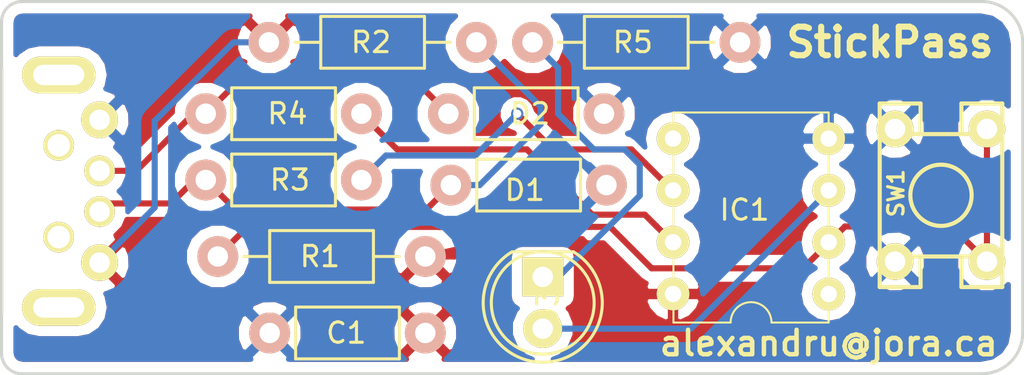
<source format=kicad_pcb>
(kicad_pcb (version 4) (host pcbnew 4.0.2-stable)

  (general
    (links 23)
    (no_connects 2)
    (area 99.699999 79.424999 150.075001 98.635)
    (thickness 1.6)
    (drawings 10)
    (tracks 72)
    (zones 0)
    (modules 12)
    (nets 10)
  )

  (page A4)
  (layers
    (0 F.Cu signal)
    (31 B.Cu signal)
    (32 B.Adhes user)
    (33 F.Adhes user)
    (34 B.Paste user)
    (35 F.Paste user)
    (36 B.SilkS user)
    (37 F.SilkS user)
    (38 B.Mask user)
    (39 F.Mask user)
    (40 Dwgs.User user)
    (41 Cmts.User user)
    (42 Eco1.User user)
    (43 Eco2.User user)
    (44 Edge.Cuts user)
    (45 Margin user)
    (46 B.CrtYd user)
    (47 F.CrtYd user)
    (48 B.Fab user)
    (49 F.Fab user)
  )

  (setup
    (last_trace_width 0.3)
    (trace_clearance 0.3)
    (zone_clearance 0.508)
    (zone_45_only no)
    (trace_min 0.2)
    (segment_width 0.2)
    (edge_width 0.15)
    (via_size 0.6)
    (via_drill 0.4)
    (via_min_size 0.4)
    (via_min_drill 0.2)
    (uvia_size 0.3)
    (uvia_drill 0.1)
    (uvias_allowed no)
    (uvia_min_size 0.2)
    (uvia_min_drill 0.1)
    (pcb_text_width 0.3)
    (pcb_text_size 1.5 1.5)
    (mod_edge_width 0.15)
    (mod_text_size 1 1)
    (mod_text_width 0.15)
    (pad_size 1.8 3.6)
    (pad_drill 1)
    (pad_to_mask_clearance 0.2)
    (aux_axis_origin 0 0)
    (grid_origin 100 79)
    (visible_elements FFFFFF7F)
    (pcbplotparams
      (layerselection 0x010f0_80000001)
      (usegerberextensions true)
      (excludeedgelayer true)
      (linewidth 0.100000)
      (plotframeref false)
      (viasonmask false)
      (mode 1)
      (useauxorigin false)
      (hpglpennumber 1)
      (hpglpenspeed 20)
      (hpglpendiameter 15)
      (hpglpenoverlay 2)
      (psnegative false)
      (psa4output false)
      (plotreference true)
      (plotvalue true)
      (plotinvisibletext false)
      (padsonsilk false)
      (subtractmaskfromsilk false)
      (outputformat 1)
      (mirror false)
      (drillshape 0)
      (scaleselection 1)
      (outputdirectory manufacturing/))
  )

  (net 0 "")
  (net 1 +5V)
  (net 2 GND)
  (net 3 D-)
  (net 4 D+)
  (net 5 "Net-(D3-Pad1)")
  (net 6 "Net-(D3-Pad2)")
  (net 7 PB0)
  (net 8 IC-)
  (net 9 IC+)

  (net_class Default "This is the default net class."
    (clearance 0.3)
    (trace_width 0.3)
    (via_dia 0.6)
    (via_drill 0.4)
    (uvia_dia 0.3)
    (uvia_drill 0.1)
    (add_net +5V)
    (add_net D+)
    (add_net D-)
    (add_net GND)
    (add_net IC+)
    (add_net IC-)
    (add_net "Net-(D3-Pad1)")
    (add_net "Net-(D3-Pad2)")
    (add_net PB0)
  )

  (module Connect:usb_a_molex_48037-0001 (layer F.Cu) (tedit 56D5D628) (tstamp 56D5A983)
    (at 104.8 85.3 270)
    (path /564CBFEF)
    (fp_text reference P1 (at 3.4 -3.9 270) (layer F.SilkS) hide
      (effects (font (size 1 1) (thickness 0.15)))
    )
    (fp_text value USB_A (at 2.8 -1.9 270) (layer F.Fab) hide
      (effects (font (size 1 1) (thickness 0.15)))
    )
    (fp_line (start -2.5 4.75) (end 9.5 4.75) (layer F.SilkS) (width 0.1))
    (pad 4 thru_hole circle (at 0 0 270) (size 1.8 1.8) (drill 1) (layers *.Cu *.Mask F.SilkS)
      (net 2 GND))
    (pad 1 thru_hole circle (at 7 0 270) (size 1.8 1.8) (drill 1) (layers *.Cu *.Mask F.SilkS)
      (net 1 +5V))
    (pad 3 thru_hole circle (at 2.5 0 270) (size 1.5 1.5) (drill 1) (layers *.Cu *.Mask F.SilkS)
      (net 4 D+))
    (pad 2 thru_hole circle (at 4.5 0 270) (size 1.5 1.5) (drill 1) (layers *.Cu *.Mask F.SilkS)
      (net 3 D-))
    (pad "" thru_hole oval (at -2.2 2 270) (size 1.8 3.6) (drill oval 1 2.5) (layers *.Cu *.Mask F.SilkS))
    (pad "" thru_hole oval (at 9.2 2 270) (size 1.8 3.6) (drill oval 1 2.5) (layers *.Cu *.Mask F.SilkS))
    (pad "" thru_hole circle (at 1.25 2 270) (size 1.5 1.5) (drill 1.1) (layers *.Cu *.Mask F.SilkS))
    (pad "" thru_hole circle (at 5.75 2 270) (size 1.5 1.5) (drill 1.1) (layers *.Cu *.Mask F.SilkS))
  )

  (module stickpass:DIP-8_W7.62mm (layer F.Cu) (tedit 56D5CF45) (tstamp 56D5CD2E)
    (at 140.5 93.84 180)
    (descr "8-lead dip package, row spacing 7.62 mm (300 mils)")
    (tags "dil dip 2.54 300")
    (path /564CBF0F)
    (fp_text reference IC1 (at 4.12 4.12 180) (layer F.SilkS)
      (effects (font (size 1 1) (thickness 0.15)))
    )
    (fp_text value ATTINY85-P (at 0 -3.72 180) (layer F.Fab) hide
      (effects (font (size 1 1) (thickness 0.15)))
    )
    (fp_line (start 7.6 -1.4) (end 7.6 8.9) (layer F.SilkS) (width 0.1))
    (fp_line (start 0 -1.4) (end 0 8.9) (layer F.SilkS) (width 0.1))
    (fp_line (start 4.8 -1.4) (end 7.6 -1.4) (layer F.SilkS) (width 0.1))
    (fp_line (start 0 -1.4) (end 2.8 -1.4) (layer F.SilkS) (width 0.1))
    (fp_arc (start 3.8 -1.4) (end 4.8 -1.4) (angle 180) (layer F.SilkS) (width 0.1))
    (fp_line (start 7.6 8.9) (end 0 8.9) (layer F.SilkS) (width 0.1))
    (pad 1 thru_hole oval (at 0 0 180) (size 1.6 1.6) (drill 0.8) (layers *.Cu *.Mask F.SilkS))
    (pad 2 thru_hole oval (at 0 2.54 180) (size 1.6 1.6) (drill 0.8) (layers *.Cu *.Mask F.SilkS)
      (net 7 PB0))
    (pad 3 thru_hole oval (at 0 5.08 180) (size 1.6 1.6) (drill 0.8) (layers *.Cu *.Mask F.SilkS)
      (net 6 "Net-(D3-Pad2)"))
    (pad 4 thru_hole oval (at 0 7.62 180) (size 1.6 1.6) (drill 0.8) (layers *.Cu *.Mask F.SilkS)
      (net 2 GND))
    (pad 5 thru_hole oval (at 7.62 7.62 180) (size 1.6 1.6) (drill 0.8) (layers *.Cu *.Mask F.SilkS))
    (pad 6 thru_hole oval (at 7.62 5.08 180) (size 1.6 1.6) (drill 0.8) (layers *.Cu *.Mask F.SilkS)
      (net 8 IC-))
    (pad 7 thru_hole oval (at 7.62 2.54 180) (size 1.6 1.6) (drill 0.8) (layers *.Cu *.Mask F.SilkS)
      (net 9 IC+))
    (pad 8 thru_hole oval (at 7.62 0 180) (size 1.6 1.6) (drill 0.8) (layers *.Cu *.Mask F.SilkS)
      (net 1 +5V))
    (model Housings_DIP.3dshapes/DIP-8_W7.62mm.wrl
      (at (xyz 0 0 0))
      (scale (xyz 1 1 1))
      (rotate (xyz 0 0 0))
    )
  )

  (module Resistors_ThroughHole:Resistor_Horizontal_RM7mm (layer F.Cu) (tedit 56BA401C) (tstamp 56BBC486)
    (at 120.75 95.75 180)
    (descr "Resistor, Axial,  RM 7.62mm, 1/3W,")
    (tags "Resistor Axial RM 7.62mm 1/3W R3")
    (path /564FC559)
    (fp_text reference C1 (at 3.87 0 180) (layer F.SilkS)
      (effects (font (size 1 1) (thickness 0.15)))
    )
    (fp_text value 0.1u (at 2.62 0.75 180) (layer F.Fab) hide
      (effects (font (size 1 1) (thickness 0.15)))
    )
    (fp_line (start -1.25 -1.5) (end 8.85 -1.5) (layer F.CrtYd) (width 0.05))
    (fp_line (start -1.25 1.5) (end -1.25 -1.5) (layer F.CrtYd) (width 0.05))
    (fp_line (start 8.85 -1.5) (end 8.85 1.5) (layer F.CrtYd) (width 0.05))
    (fp_line (start -1.25 1.5) (end 8.85 1.5) (layer F.CrtYd) (width 0.05))
    (fp_line (start 1.27 -1.27) (end 6.35 -1.27) (layer F.SilkS) (width 0.15))
    (fp_line (start 6.35 -1.27) (end 6.35 1.27) (layer F.SilkS) (width 0.15))
    (fp_line (start 6.35 1.27) (end 1.27 1.27) (layer F.SilkS) (width 0.15))
    (fp_line (start 1.27 1.27) (end 1.27 -1.27) (layer F.SilkS) (width 0.15))
    (pad 1 thru_hole circle (at 0 0 180) (size 1.99898 1.99898) (drill 1.00076) (layers *.Cu *.SilkS *.Mask)
      (net 1 +5V))
    (pad 2 thru_hole circle (at 7.62 0 180) (size 1.99898 1.99898) (drill 1.00076) (layers *.Cu *.SilkS *.Mask)
      (net 2 GND))
  )

  (module Resistors_ThroughHole:Resistor_Horizontal_RM7mm (layer F.Cu) (tedit 56BA3FDD) (tstamp 56BBC48C)
    (at 122 88.5)
    (descr "Resistor, Axial,  RM 7.62mm, 1/3W,")
    (tags "Resistor Axial RM 7.62mm 1/3W R3")
    (path /564CC277)
    (fp_text reference D1 (at 3.62 0.25) (layer F.SilkS)
      (effects (font (size 1 1) (thickness 0.15)))
    )
    (fp_text value ZENER (at 3.81 3.81) (layer F.Fab) hide
      (effects (font (size 1 1) (thickness 0.15)))
    )
    (fp_line (start -1.25 -1.5) (end 8.85 -1.5) (layer F.CrtYd) (width 0.05))
    (fp_line (start -1.25 1.5) (end -1.25 -1.5) (layer F.CrtYd) (width 0.05))
    (fp_line (start 8.85 -1.5) (end 8.85 1.5) (layer F.CrtYd) (width 0.05))
    (fp_line (start -1.25 1.5) (end 8.85 1.5) (layer F.CrtYd) (width 0.05))
    (fp_line (start 1.27 -1.27) (end 6.35 -1.27) (layer F.SilkS) (width 0.15))
    (fp_line (start 6.35 -1.27) (end 6.35 1.27) (layer F.SilkS) (width 0.15))
    (fp_line (start 6.35 1.27) (end 1.27 1.27) (layer F.SilkS) (width 0.15))
    (fp_line (start 1.27 1.27) (end 1.27 -1.27) (layer F.SilkS) (width 0.15))
    (pad 1 thru_hole circle (at 0 0) (size 1.99898 1.99898) (drill 1.00076) (layers *.Cu *.SilkS *.Mask)
      (net 3 D-))
    (pad 2 thru_hole circle (at 7.62 0) (size 1.99898 1.99898) (drill 1.00076) (layers *.Cu *.SilkS *.Mask)
      (net 2 GND))
  )

  (module Resistors_ThroughHole:Resistor_Horizontal_RM7mm (layer F.Cu) (tedit 56BA3FE6) (tstamp 56BBC492)
    (at 121.88 85)
    (descr "Resistor, Axial,  RM 7.62mm, 1/3W,")
    (tags "Resistor Axial RM 7.62mm 1/3W R3")
    (path /564CC36B)
    (fp_text reference D2 (at 4 0) (layer F.SilkS)
      (effects (font (size 1 1) (thickness 0.15)))
    )
    (fp_text value ZENER (at 3.81 3.81) (layer F.Fab) hide
      (effects (font (size 1 1) (thickness 0.15)))
    )
    (fp_line (start -1.25 -1.5) (end 8.85 -1.5) (layer F.CrtYd) (width 0.05))
    (fp_line (start -1.25 1.5) (end -1.25 -1.5) (layer F.CrtYd) (width 0.05))
    (fp_line (start 8.85 -1.5) (end 8.85 1.5) (layer F.CrtYd) (width 0.05))
    (fp_line (start -1.25 1.5) (end 8.85 1.5) (layer F.CrtYd) (width 0.05))
    (fp_line (start 1.27 -1.27) (end 6.35 -1.27) (layer F.SilkS) (width 0.15))
    (fp_line (start 6.35 -1.27) (end 6.35 1.27) (layer F.SilkS) (width 0.15))
    (fp_line (start 6.35 1.27) (end 1.27 1.27) (layer F.SilkS) (width 0.15))
    (fp_line (start 1.27 1.27) (end 1.27 -1.27) (layer F.SilkS) (width 0.15))
    (pad 1 thru_hole circle (at 0 0) (size 1.99898 1.99898) (drill 1.00076) (layers *.Cu *.SilkS *.Mask)
      (net 4 D+))
    (pad 2 thru_hole circle (at 7.62 0) (size 1.99898 1.99898) (drill 1.00076) (layers *.Cu *.SilkS *.Mask)
      (net 2 GND))
  )

  (module LEDs:LED-5MM (layer F.Cu) (tedit 56D5D64A) (tstamp 56BBC498)
    (at 126.5 93 270)
    (descr "LED 5mm round vertical")
    (tags "LED 5mm round vertical")
    (path /56B9FE72)
    (fp_text reference D3 (at 1.5 -0.25 270) (layer F.SilkS)
      (effects (font (size 1 1) (thickness 0.15)))
    )
    (fp_text value LED (at 1.524 -1.75 270) (layer F.Fab) hide
      (effects (font (size 1 1) (thickness 0.15)))
    )
    (fp_line (start -1.5 -1.55) (end -1.5 1.55) (layer F.CrtYd) (width 0.05))
    (fp_arc (start 1.3 0) (end -1.5 1.55) (angle -302) (layer F.CrtYd) (width 0.05))
    (fp_arc (start 1.27 0) (end -1.23 -1.5) (angle 297.5) (layer F.SilkS) (width 0.15))
    (fp_line (start -1.23 1.5) (end -1.23 -1.5) (layer F.SilkS) (width 0.15))
    (fp_circle (center 1.27 0) (end 0.97 -2.5) (layer F.SilkS) (width 0.15))
    (fp_text user K (at -1.4 2.6 270) (layer F.SilkS) hide
      (effects (font (size 1 1) (thickness 0.15)))
    )
    (pad 1 thru_hole rect (at 0 0) (size 2 1.9) (drill 1.00076) (layers *.Cu *.Mask F.SilkS)
      (net 5 "Net-(D3-Pad1)"))
    (pad 2 thru_hole circle (at 2.54 0 270) (size 1.9 1.9) (drill 1.00076) (layers *.Cu *.Mask F.SilkS)
      (net 6 "Net-(D3-Pad2)"))
    (model LEDs.3dshapes/LED-5MM.wrl
      (at (xyz 0.05 0 0))
      (scale (xyz 1 1 1))
      (rotate (xyz 0 0 90))
    )
  )

  (module Resistors_ThroughHole:Resistor_Horizontal_RM10mm (layer F.Cu) (tedit 56BA4018) (tstamp 56BBC4B4)
    (at 110.59 92)
    (descr "Resistor, Axial,  RM 10mm, 1/3W")
    (tags "Resistor Axial RM 10mm 1/3W")
    (path /568C2C87)
    (fp_text reference R1 (at 5 0) (layer F.SilkS)
      (effects (font (size 1 1) (thickness 0.15)))
    )
    (fp_text value 10K (at 6.25 -0.25) (layer F.Fab) hide
      (effects (font (size 1 1) (thickness 0.15)))
    )
    (fp_line (start -1.25 -1.5) (end 11.4 -1.5) (layer F.CrtYd) (width 0.05))
    (fp_line (start -1.25 1.5) (end -1.25 -1.5) (layer F.CrtYd) (width 0.05))
    (fp_line (start 11.4 -1.5) (end 11.4 1.5) (layer F.CrtYd) (width 0.05))
    (fp_line (start -1.25 1.5) (end 11.4 1.5) (layer F.CrtYd) (width 0.05))
    (fp_line (start 2.54 -1.27) (end 7.62 -1.27) (layer F.SilkS) (width 0.15))
    (fp_line (start 7.62 -1.27) (end 7.62 1.27) (layer F.SilkS) (width 0.15))
    (fp_line (start 7.62 1.27) (end 2.54 1.27) (layer F.SilkS) (width 0.15))
    (fp_line (start 2.54 1.27) (end 2.54 -1.27) (layer F.SilkS) (width 0.15))
    (fp_line (start 2.54 0) (end 1.27 0) (layer F.SilkS) (width 0.15))
    (fp_line (start 7.62 0) (end 8.89 0) (layer F.SilkS) (width 0.15))
    (pad 1 thru_hole circle (at 0 0) (size 1.99898 1.99898) (drill 1.00076) (layers *.Cu *.SilkS *.Mask)
      (net 7 PB0))
    (pad 2 thru_hole circle (at 10.16 0) (size 1.99898 1.99898) (drill 1.00076) (layers *.Cu *.SilkS *.Mask)
      (net 1 +5V))
    (model Resistors_ThroughHole.3dshapes/Resistor_Horizontal_RM10mm.wrl
      (at (xyz 0 0 0))
      (scale (xyz 0.4 0.4 0.4))
      (rotate (xyz 0 0 0))
    )
  )

  (module Resistors_ThroughHole:Resistor_Horizontal_RM10mm (layer F.Cu) (tedit 56BA403F) (tstamp 56BBC4BA)
    (at 113.09 81.5)
    (descr "Resistor, Axial,  RM 10mm, 1/3W")
    (tags "Resistor Axial RM 10mm 1/3W")
    (path /564FC2EE)
    (fp_text reference R2 (at 5 0) (layer F.SilkS)
      (effects (font (size 1 1) (thickness 0.15)))
    )
    (fp_text value 1k5 (at 5.75 0) (layer F.Fab) hide
      (effects (font (size 1 1) (thickness 0.15)))
    )
    (fp_line (start -1.25 -1.5) (end 11.4 -1.5) (layer F.CrtYd) (width 0.05))
    (fp_line (start -1.25 1.5) (end -1.25 -1.5) (layer F.CrtYd) (width 0.05))
    (fp_line (start 11.4 -1.5) (end 11.4 1.5) (layer F.CrtYd) (width 0.05))
    (fp_line (start -1.25 1.5) (end 11.4 1.5) (layer F.CrtYd) (width 0.05))
    (fp_line (start 2.54 -1.27) (end 7.62 -1.27) (layer F.SilkS) (width 0.15))
    (fp_line (start 7.62 -1.27) (end 7.62 1.27) (layer F.SilkS) (width 0.15))
    (fp_line (start 7.62 1.27) (end 2.54 1.27) (layer F.SilkS) (width 0.15))
    (fp_line (start 2.54 1.27) (end 2.54 -1.27) (layer F.SilkS) (width 0.15))
    (fp_line (start 2.54 0) (end 1.27 0) (layer F.SilkS) (width 0.15))
    (fp_line (start 7.62 0) (end 8.89 0) (layer F.SilkS) (width 0.15))
    (pad 1 thru_hole circle (at 0 0) (size 1.99898 1.99898) (drill 1.00076) (layers *.Cu *.SilkS *.Mask)
      (net 1 +5V))
    (pad 2 thru_hole circle (at 10.16 0) (size 1.99898 1.99898) (drill 1.00076) (layers *.Cu *.SilkS *.Mask)
      (net 3 D-))
    (model Resistors_ThroughHole.3dshapes/Resistor_Horizontal_RM10mm.wrl
      (at (xyz 0.02 0 0))
      (scale (xyz 0.4 0.4 0.4))
      (rotate (xyz 0 0 0))
    )
  )

  (module Resistors_ThroughHole:Resistor_Horizontal_RM7mm (layer F.Cu) (tedit 56BA403D) (tstamp 56BBC4C0)
    (at 117.62 88.25 180)
    (descr "Resistor, Axial,  RM 7.62mm, 1/3W,")
    (tags "Resistor Axial RM 7.62mm 1/3W R3")
    (path /564CC12E)
    (fp_text reference R3 (at 3.5 0 180) (layer F.SilkS)
      (effects (font (size 1 1) (thickness 0.15)))
    )
    (fp_text value 68R (at 4.75 0 180) (layer F.Fab) hide
      (effects (font (size 1 1) (thickness 0.15)))
    )
    (fp_line (start -1.25 -1.5) (end 8.85 -1.5) (layer F.CrtYd) (width 0.05))
    (fp_line (start -1.25 1.5) (end -1.25 -1.5) (layer F.CrtYd) (width 0.05))
    (fp_line (start 8.85 -1.5) (end 8.85 1.5) (layer F.CrtYd) (width 0.05))
    (fp_line (start -1.25 1.5) (end 8.85 1.5) (layer F.CrtYd) (width 0.05))
    (fp_line (start 1.27 -1.27) (end 6.35 -1.27) (layer F.SilkS) (width 0.15))
    (fp_line (start 6.35 -1.27) (end 6.35 1.27) (layer F.SilkS) (width 0.15))
    (fp_line (start 6.35 1.27) (end 1.27 1.27) (layer F.SilkS) (width 0.15))
    (fp_line (start 1.27 1.27) (end 1.27 -1.27) (layer F.SilkS) (width 0.15))
    (pad 1 thru_hole circle (at 0 0 180) (size 1.99898 1.99898) (drill 1.00076) (layers *.Cu *.SilkS *.Mask)
      (net 8 IC-))
    (pad 2 thru_hole circle (at 7.62 0 180) (size 1.99898 1.99898) (drill 1.00076) (layers *.Cu *.SilkS *.Mask)
      (net 3 D-))
  )

  (module Resistors_ThroughHole:Resistor_Horizontal_RM7mm (layer F.Cu) (tedit 56BA4033) (tstamp 56BBC4C6)
    (at 117.62 85 180)
    (descr "Resistor, Axial,  RM 7.62mm, 1/3W,")
    (tags "Resistor Axial RM 7.62mm 1/3W R3")
    (path /564CC1D9)
    (fp_text reference R4 (at 3.62 0 180) (layer F.SilkS)
      (effects (font (size 1 1) (thickness 0.15)))
    )
    (fp_text value 68R (at 3.75 -0.25 180) (layer F.Fab) hide
      (effects (font (size 1 1) (thickness 0.15)))
    )
    (fp_line (start -1.25 -1.5) (end 8.85 -1.5) (layer F.CrtYd) (width 0.05))
    (fp_line (start -1.25 1.5) (end -1.25 -1.5) (layer F.CrtYd) (width 0.05))
    (fp_line (start 8.85 -1.5) (end 8.85 1.5) (layer F.CrtYd) (width 0.05))
    (fp_line (start -1.25 1.5) (end 8.85 1.5) (layer F.CrtYd) (width 0.05))
    (fp_line (start 1.27 -1.27) (end 6.35 -1.27) (layer F.SilkS) (width 0.15))
    (fp_line (start 6.35 -1.27) (end 6.35 1.27) (layer F.SilkS) (width 0.15))
    (fp_line (start 6.35 1.27) (end 1.27 1.27) (layer F.SilkS) (width 0.15))
    (fp_line (start 1.27 1.27) (end 1.27 -1.27) (layer F.SilkS) (width 0.15))
    (pad 1 thru_hole circle (at 0 0 180) (size 1.99898 1.99898) (drill 1.00076) (layers *.Cu *.SilkS *.Mask)
      (net 9 IC+))
    (pad 2 thru_hole circle (at 7.62 0 180) (size 1.99898 1.99898) (drill 1.00076) (layers *.Cu *.SilkS *.Mask)
      (net 4 D+))
  )

  (module Resistors_ThroughHole:Resistor_Horizontal_RM10mm (layer F.Cu) (tedit 56BA404D) (tstamp 56BBC4CC)
    (at 126 81.5)
    (descr "Resistor, Axial,  RM 10mm, 1/3W")
    (tags "Resistor Axial RM 10mm 1/3W")
    (path /56BA0033)
    (fp_text reference R5 (at 4.91 0) (layer F.SilkS)
      (effects (font (size 1 1) (thickness 0.15)))
    )
    (fp_text value 220R (at 5.25 0) (layer F.Fab) hide
      (effects (font (size 1 1) (thickness 0.15)))
    )
    (fp_line (start -1.25 -1.5) (end 11.4 -1.5) (layer F.CrtYd) (width 0.05))
    (fp_line (start -1.25 1.5) (end -1.25 -1.5) (layer F.CrtYd) (width 0.05))
    (fp_line (start 11.4 -1.5) (end 11.4 1.5) (layer F.CrtYd) (width 0.05))
    (fp_line (start -1.25 1.5) (end 11.4 1.5) (layer F.CrtYd) (width 0.05))
    (fp_line (start 2.54 -1.27) (end 7.62 -1.27) (layer F.SilkS) (width 0.15))
    (fp_line (start 7.62 -1.27) (end 7.62 1.27) (layer F.SilkS) (width 0.15))
    (fp_line (start 7.62 1.27) (end 2.54 1.27) (layer F.SilkS) (width 0.15))
    (fp_line (start 2.54 1.27) (end 2.54 -1.27) (layer F.SilkS) (width 0.15))
    (fp_line (start 2.54 0) (end 1.27 0) (layer F.SilkS) (width 0.15))
    (fp_line (start 7.62 0) (end 8.89 0) (layer F.SilkS) (width 0.15))
    (pad 1 thru_hole circle (at 0 0) (size 1.99898 1.99898) (drill 1.00076) (layers *.Cu *.SilkS *.Mask)
      (net 5 "Net-(D3-Pad1)"))
    (pad 2 thru_hole circle (at 10.16 0) (size 1.99898 1.99898) (drill 1.00076) (layers *.Cu *.SilkS *.Mask)
      (net 2 GND))
    (model Resistors_ThroughHole.3dshapes/Resistor_Horizontal_RM10mm.wrl
      (at (xyz 0 0 0))
      (scale (xyz 0.4 0.4 0.4))
      (rotate (xyz 0 0 0))
    )
  )

  (module switch:SPST-4-PIN_6mm_thru (layer F.Cu) (tedit 0) (tstamp 56BBC4D4)
    (at 146 89 270)
    (path /568C2717)
    (fp_text reference SW1 (at -0.1 2.2 270) (layer F.SilkS)
      (effects (font (size 0.762 0.762) (thickness 0.1524)))
    )
    (fp_text value SW_PUSH (at 0 0 270) (layer F.SilkS) hide
      (effects (font (size 0.762 0.762) (thickness 0.1524)))
    )
    (fp_line (start 3 3) (end 4.5 3) (layer F.SilkS) (width 0.2032))
    (fp_line (start 4.5 3) (end 4.5 1) (layer F.SilkS) (width 0.2032))
    (fp_line (start 4.5 1) (end 3 1) (layer F.SilkS) (width 0.2032))
    (fp_line (start 3 -3) (end 4.5 -3) (layer F.SilkS) (width 0.2032))
    (fp_line (start 4.5 -3) (end 4.5 -1) (layer F.SilkS) (width 0.2032))
    (fp_line (start 4.5 -1) (end 3 -1) (layer F.SilkS) (width 0.2032))
    (fp_line (start -3 3) (end -4.5 3) (layer F.SilkS) (width 0.2032))
    (fp_line (start -4.5 3) (end -4.5 1) (layer F.SilkS) (width 0.2032))
    (fp_line (start -4.5 1) (end -3 1) (layer F.SilkS) (width 0.2032))
    (fp_line (start -3 -1) (end -4.5 -1) (layer F.SilkS) (width 0.2032))
    (fp_line (start -3 -3) (end -4.5 -3) (layer F.SilkS) (width 0.2032))
    (fp_line (start -4.5 -3) (end -4.5 -1) (layer F.SilkS) (width 0.2032))
    (fp_circle (center 0 0) (end 0 -1.5) (layer F.SilkS) (width 0.2032))
    (fp_line (start -3 -3) (end -3 3) (layer F.SilkS) (width 0.2032))
    (fp_line (start -3 3) (end 3 3) (layer F.SilkS) (width 0.2032))
    (fp_line (start 3 3) (end 3 -3) (layer F.SilkS) (width 0.2032))
    (fp_line (start 3 -3) (end -3 -3) (layer F.SilkS) (width 0.2032))
    (pad 1 thru_hole circle (at -3.25 2.25 270) (size 1.8 1.8) (drill 1) (layers *.Cu *.Mask F.SilkS)
      (net 2 GND))
    (pad 1 thru_hole circle (at 3.25 2.25 270) (size 1.8 1.8) (drill 1) (layers *.Cu *.Mask F.SilkS)
      (net 2 GND))
    (pad 2 thru_hole circle (at -3.25 -2.25 270) (size 1.8 1.8) (drill 1) (layers *.Cu *.Mask F.SilkS)
      (net 7 PB0))
    (pad 2 thru_hole circle (at 3.25 -2.25 270) (size 1.8 1.8) (drill 1) (layers *.Cu *.Mask F.SilkS)
      (net 7 PB0))
  )

  (gr_line (start 100 80.5) (end 100 96.75) (layer Edge.Cuts) (width 0.15))
  (gr_line (start 150 81.5) (end 150 95.75) (layer Edge.Cuts) (width 0.15))
  (gr_text alexandru@jora.ca (at 140.5 96.25) (layer F.SilkS)
    (effects (font (size 1.2 1.2) (thickness 0.22)))
  )
  (gr_text StickPass (at 143.5 81.5) (layer F.SilkS)
    (effects (font (size 1.4 1.4) (thickness 0.3)))
  )
  (gr_line (start 148 79.5) (end 101 79.5) (layer Edge.Cuts) (width 0.15))
  (gr_line (start 101 97.75) (end 148 97.75) (layer Edge.Cuts) (width 0.15))
  (gr_arc (start 101 80.5) (end 100 80.5) (angle 90) (layer Edge.Cuts) (width 0.15))
  (gr_arc (start 101 96.75) (end 101 97.75) (angle 90) (layer Edge.Cuts) (width 0.15))
  (gr_arc (start 148 95.75) (end 150 95.75) (angle 90) (layer Edge.Cuts) (width 0.15))
  (gr_arc (start 148 81.5) (end 148 79.5) (angle 90) (layer Edge.Cuts) (width 0.15))

  (segment (start 107.5 89.6) (end 107.5 85.354752) (width 0.3) (layer B.Cu) (net 1))
  (segment (start 107.5 85.354752) (end 111.354752 81.5) (width 0.3) (layer B.Cu) (net 1))
  (segment (start 111.354752 81.5) (end 111.676508 81.5) (width 0.3) (layer B.Cu) (net 1))
  (segment (start 111.676508 81.5) (end 113.09 81.5) (width 0.3) (layer B.Cu) (net 1))
  (segment (start 104.8 92.3) (end 107.5 89.6) (width 0.3) (layer B.Cu) (net 1))
  (segment (start 120.75 92) (end 122.163492 92) (width 0.3) (layer F.Cu) (net 1))
  (segment (start 131.74863 93.87) (end 132.88 93.87) (width 0.3) (layer F.Cu) (net 1))
  (segment (start 122.163492 92) (end 123.01398 91.149512) (width 0.3) (layer F.Cu) (net 1))
  (segment (start 131.147667 93.87) (end 131.74863 93.87) (width 0.3) (layer F.Cu) (net 1))
  (segment (start 123.01398 91.149512) (end 128.427179 91.149512) (width 0.3) (layer F.Cu) (net 1))
  (segment (start 128.427179 91.149512) (end 131.147667 93.87) (width 0.3) (layer F.Cu) (net 1))
  (segment (start 132.76 93.75) (end 132.88 93.87) (width 0.3) (layer F.Cu) (net 1))
  (segment (start 122.563493 91.599999) (end 120.75 92) (width 0.3) (layer F.Cu) (net 1))
  (segment (start 104.8 89.8) (end 105.2 89.4) (width 0.3) (layer F.Cu) (net 3))
  (segment (start 108.3 89.4) (end 109.45 88.25) (width 0.3) (layer F.Cu) (net 3))
  (segment (start 105.2 89.4) (end 108.3 89.4) (width 0.3) (layer F.Cu) (net 3))
  (segment (start 109.45 88.25) (end 110 88.25) (width 0.3) (layer F.Cu) (net 3))
  (segment (start 126.399989 85.513503) (end 126.399989 84.649989) (width 0.3) (layer B.Cu) (net 3))
  (segment (start 122 88.5) (end 123.413492 88.5) (width 0.3) (layer B.Cu) (net 3))
  (segment (start 123.413492 88.5) (end 126.399989 85.513503) (width 0.3) (layer B.Cu) (net 3))
  (segment (start 124.249489 82.499489) (end 123.25 81.5) (width 0.3) (layer B.Cu) (net 3))
  (segment (start 126.399989 84.649989) (end 124.249489 82.499489) (width 0.3) (layer B.Cu) (net 3))
  (segment (start 120.800509 89.699491) (end 121.000511 89.499489) (width 0.3) (layer F.Cu) (net 3))
  (segment (start 110 88.25) (end 111.449491 89.699491) (width 0.3) (layer F.Cu) (net 3))
  (segment (start 111.449491 89.699491) (end 120.800509 89.699491) (width 0.3) (layer F.Cu) (net 3))
  (segment (start 121.000511 89.499489) (end 122 88.5) (width 0.3) (layer F.Cu) (net 3))
  (segment (start 104.8 87.8) (end 106.6 87.8) (width 0.3) (layer F.Cu) (net 4))
  (segment (start 106.6 87.8) (end 109.4 85) (width 0.3) (layer F.Cu) (net 4))
  (segment (start 109.4 85) (end 110 85) (width 0.3) (layer F.Cu) (net 4))
  (segment (start 110 85) (end 111.75 83.25) (width 0.3) (layer F.Cu) (net 4))
  (segment (start 111.75 83.25) (end 120.13 83.25) (width 0.3) (layer F.Cu) (net 4))
  (segment (start 120.13 83.25) (end 120.880511 84.000511) (width 0.3) (layer F.Cu) (net 4))
  (segment (start 120.880511 84.000511) (end 121.88 85) (width 0.3) (layer F.Cu) (net 4))
  (segment (start 126.5 93) (end 127.265248 93) (width 0.3) (layer B.Cu) (net 5))
  (segment (start 127.265248 93) (end 131.25 89.015248) (width 0.3) (layer B.Cu) (net 5))
  (segment (start 127.25 85) (end 127.25 82.75) (width 0.3) (layer B.Cu) (net 5))
  (segment (start 131.25 89.015248) (end 131.25 87.5) (width 0.3) (layer B.Cu) (net 5))
  (segment (start 131.25 87.5) (end 130.5 86.75) (width 0.3) (layer B.Cu) (net 5))
  (segment (start 130.5 86.75) (end 129 86.75) (width 0.3) (layer B.Cu) (net 5))
  (segment (start 129 86.75) (end 127.25 85) (width 0.3) (layer B.Cu) (net 5))
  (segment (start 127.25 82.75) (end 126 81.5) (width 0.3) (layer B.Cu) (net 5))
  (segment (start 140.5 88.79) (end 133.75 95.54) (width 0.3) (layer B.Cu) (net 6))
  (segment (start 133.75 95.54) (end 126.5 95.54) (width 0.3) (layer B.Cu) (net 6))
  (segment (start 110.59 92) (end 112.039491 90.550509) (width 0.3) (layer F.Cu) (net 7))
  (segment (start 112.039491 90.550509) (end 121.445757 90.550509) (width 0.3) (layer F.Cu) (net 7))
  (segment (start 121.445757 90.550509) (end 121.446765 90.549501) (width 0.3) (layer F.Cu) (net 7))
  (segment (start 121.446765 90.549501) (end 129.799501 90.549501) (width 0.3) (layer F.Cu) (net 7))
  (segment (start 129.799501 90.549501) (end 131.830001 92.580001) (width 0.3) (layer F.Cu) (net 7))
  (segment (start 131.830001 92.580001) (end 139.249999 92.580001) (width 0.3) (layer F.Cu) (net 7))
  (segment (start 139.249999 92.580001) (end 139.700001 92.129999) (width 0.3) (layer F.Cu) (net 7))
  (segment (start 139.700001 92.129999) (end 140.5 91.33) (width 0.3) (layer F.Cu) (net 7))
  (segment (start 140.5 91.33) (end 141.299999 90.530001) (width 0.3) (layer F.Cu) (net 7))
  (segment (start 141.299999 90.530001) (end 146.530001 90.530001) (width 0.3) (layer F.Cu) (net 7))
  (segment (start 146.530001 90.530001) (end 147.350001 91.350001) (width 0.3) (layer F.Cu) (net 7))
  (segment (start 147.350001 91.350001) (end 148.25 92.25) (width 0.3) (layer F.Cu) (net 7))
  (segment (start 148.25 85.75) (end 148.25 87.022792) (width 0.3) (layer F.Cu) (net 7))
  (segment (start 148.25 87.022792) (end 148.25 92.25) (width 0.3) (layer F.Cu) (net 7))
  (segment (start 125.549993 85.299999) (end 125.249994 85) (width 0.3) (layer F.Cu) (net 8))
  (segment (start 126.999994 86.75) (end 125.549993 85.299999) (width 0.3) (layer F.Cu) (net 8))
  (segment (start 124.949995 85.299999) (end 125.249994 85) (width 0.3) (layer B.Cu) (net 8))
  (segment (start 130.84 86.75) (end 126.999994 86.75) (width 0.3) (layer F.Cu) (net 8))
  (segment (start 118.819491 87.050509) (end 123.199485 87.050509) (width 0.3) (layer B.Cu) (net 8))
  (segment (start 117.62 88.25) (end 118.819491 87.050509) (width 0.3) (layer B.Cu) (net 8))
  (via (at 125.249994 85) (size 0.6) (drill 0.4) (layers F.Cu B.Cu) (net 8))
  (segment (start 132.88 88.79) (end 130.84 86.75) (width 0.3) (layer F.Cu) (net 8))
  (segment (start 123.199485 87.050509) (end 124.949995 85.299999) (width 0.3) (layer B.Cu) (net 8))
  (segment (start 132.080001 90.530001) (end 132.88 91.33) (width 0.3) (layer F.Cu) (net 9))
  (segment (start 117.62 85) (end 119.37 86.75) (width 0.3) (layer F.Cu) (net 9))
  (segment (start 131.499491 89.949491) (end 132.080001 90.530001) (width 0.3) (layer F.Cu) (net 9))
  (segment (start 125.724752 86.75) (end 128.924243 89.949491) (width 0.3) (layer F.Cu) (net 9))
  (segment (start 128.924243 89.949491) (end 131.499491 89.949491) (width 0.3) (layer F.Cu) (net 9))
  (segment (start 119.37 86.75) (end 125.724752 86.75) (width 0.3) (layer F.Cu) (net 9))

  (zone (net 2) (net_name GND) (layer B.Cu) (tstamp 0) (hatch edge 0.508)
    (connect_pads (clearance 0.508))
    (min_thickness 0.254)
    (fill yes (arc_segments 16) (thermal_gap 0.508) (thermal_bridge_width 0.508))
    (polygon
      (pts
        (xy 100 79.5) (xy 100 97.75) (xy 150 97.75) (xy 150 79.5)
      )
    )
    (filled_polygon
      (pts
        (xy 135.187443 80.347837) (xy 136.16 81.320395) (xy 137.132557 80.347837) (xy 137.081618 80.21) (xy 147.930069 80.21)
        (xy 148.488338 80.321046) (xy 148.902333 80.597669) (xy 149.178953 81.01166) (xy 149.29 81.569931) (xy 149.29 84.619102)
        (xy 149.120643 84.449449) (xy 148.55667 84.215267) (xy 147.946009 84.214735) (xy 147.381629 84.447932) (xy 146.949449 84.879357)
        (xy 146.715267 85.44333) (xy 146.714735 86.053991) (xy 146.947932 86.618371) (xy 147.379357 87.050551) (xy 147.94333 87.284733)
        (xy 148.553991 87.285265) (xy 149.118371 87.052068) (xy 149.29 86.880739) (xy 149.29 91.119102) (xy 149.120643 90.949449)
        (xy 148.55667 90.715267) (xy 147.946009 90.714735) (xy 147.381629 90.947932) (xy 146.949449 91.379357) (xy 146.715267 91.94333)
        (xy 146.714735 92.553991) (xy 146.947932 93.118371) (xy 147.379357 93.550551) (xy 147.94333 93.784733) (xy 148.553991 93.785265)
        (xy 149.118371 93.552068) (xy 149.29 93.380739) (xy 149.29 95.680069) (xy 149.178953 96.23834) (xy 148.902333 96.652331)
        (xy 148.488338 96.928954) (xy 147.930069 97.04) (xy 127.020274 97.04) (xy 127.396657 96.884481) (xy 127.842914 96.439003)
        (xy 127.890252 96.325) (xy 133.75 96.325) (xy 134.050407 96.265245) (xy 134.305079 96.095079) (xy 139.047384 91.352774)
        (xy 139.14612 91.849151) (xy 139.457189 92.314698) (xy 139.839275 92.57) (xy 139.457189 92.825302) (xy 139.14612 93.290849)
        (xy 139.036887 93.84) (xy 139.14612 94.389151) (xy 139.457189 94.854698) (xy 139.922736 95.165767) (xy 140.471887 95.275)
        (xy 140.528113 95.275) (xy 141.077264 95.165767) (xy 141.542811 94.854698) (xy 141.85388 94.389151) (xy 141.963113 93.84)
        (xy 141.8617 93.330159) (xy 142.849446 93.330159) (xy 142.935852 93.586643) (xy 143.509336 93.796458) (xy 144.11946 93.770839)
        (xy 144.564148 93.586643) (xy 144.650554 93.330159) (xy 143.75 92.429605) (xy 142.849446 93.330159) (xy 141.8617 93.330159)
        (xy 141.85388 93.290849) (xy 141.542811 92.825302) (xy 141.160725 92.57) (xy 141.542811 92.314698) (xy 141.746847 92.009336)
        (xy 142.203542 92.009336) (xy 142.229161 92.61946) (xy 142.413357 93.064148) (xy 142.669841 93.150554) (xy 143.570395 92.25)
        (xy 143.929605 92.25) (xy 144.830159 93.150554) (xy 145.086643 93.064148) (xy 145.296458 92.490664) (xy 145.270839 91.88054)
        (xy 145.086643 91.435852) (xy 144.830159 91.349446) (xy 143.929605 92.25) (xy 143.570395 92.25) (xy 142.669841 91.349446)
        (xy 142.413357 91.435852) (xy 142.203542 92.009336) (xy 141.746847 92.009336) (xy 141.85388 91.849151) (xy 141.963113 91.3)
        (xy 141.937223 91.169841) (xy 142.849446 91.169841) (xy 143.75 92.070395) (xy 144.650554 91.169841) (xy 144.564148 90.913357)
        (xy 143.990664 90.703542) (xy 143.38054 90.729161) (xy 142.935852 90.913357) (xy 142.849446 91.169841) (xy 141.937223 91.169841)
        (xy 141.85388 90.750849) (xy 141.542811 90.285302) (xy 141.160725 90.03) (xy 141.542811 89.774698) (xy 141.85388 89.309151)
        (xy 141.963113 88.76) (xy 141.85388 88.210849) (xy 141.542811 87.745302) (xy 141.138297 87.475014) (xy 141.355134 87.372389)
        (xy 141.731041 86.957423) (xy 141.783751 86.830159) (xy 142.849446 86.830159) (xy 142.935852 87.086643) (xy 143.509336 87.296458)
        (xy 144.11946 87.270839) (xy 144.564148 87.086643) (xy 144.650554 86.830159) (xy 143.75 85.929605) (xy 142.849446 86.830159)
        (xy 141.783751 86.830159) (xy 141.891904 86.569039) (xy 141.769915 86.347) (xy 140.627 86.347) (xy 140.627 86.367)
        (xy 140.373 86.367) (xy 140.373 86.347) (xy 139.230085 86.347) (xy 139.108096 86.569039) (xy 139.268959 86.957423)
        (xy 139.644866 87.372389) (xy 139.861703 87.475014) (xy 139.457189 87.745302) (xy 139.14612 88.210849) (xy 139.036887 88.76)
        (xy 139.100423 89.079419) (xy 134.34257 93.837272) (xy 134.23388 93.290849) (xy 133.922811 92.825302) (xy 133.540725 92.57)
        (xy 133.922811 92.314698) (xy 134.23388 91.849151) (xy 134.343113 91.3) (xy 134.23388 90.750849) (xy 133.922811 90.285302)
        (xy 133.540725 90.03) (xy 133.922811 89.774698) (xy 134.23388 89.309151) (xy 134.343113 88.76) (xy 134.23388 88.210849)
        (xy 133.922811 87.745302) (xy 133.540725 87.49) (xy 133.922811 87.234698) (xy 134.23388 86.769151) (xy 134.343113 86.22)
        (xy 134.273685 85.870961) (xy 139.108096 85.870961) (xy 139.230085 86.093) (xy 140.373 86.093) (xy 140.373 84.949371)
        (xy 140.627 84.949371) (xy 140.627 86.093) (xy 141.769915 86.093) (xy 141.891904 85.870961) (xy 141.742125 85.509336)
        (xy 142.203542 85.509336) (xy 142.229161 86.11946) (xy 142.413357 86.564148) (xy 142.669841 86.650554) (xy 143.570395 85.75)
        (xy 143.929605 85.75) (xy 144.830159 86.650554) (xy 145.086643 86.564148) (xy 145.296458 85.990664) (xy 145.270839 85.38054)
        (xy 145.086643 84.935852) (xy 144.830159 84.849446) (xy 143.929605 85.75) (xy 143.570395 85.75) (xy 142.669841 84.849446)
        (xy 142.413357 84.935852) (xy 142.203542 85.509336) (xy 141.742125 85.509336) (xy 141.731041 85.482577) (xy 141.355134 85.067611)
        (xy 140.849041 84.828086) (xy 140.627 84.949371) (xy 140.373 84.949371) (xy 140.150959 84.828086) (xy 139.644866 85.067611)
        (xy 139.268959 85.482577) (xy 139.108096 85.870961) (xy 134.273685 85.870961) (xy 134.23388 85.670849) (xy 133.922811 85.205302)
        (xy 133.457264 84.894233) (xy 132.908113 84.785) (xy 132.851887 84.785) (xy 132.302736 84.894233) (xy 131.837189 85.205302)
        (xy 131.52612 85.670849) (xy 131.416887 86.22) (xy 131.500498 86.64034) (xy 131.055079 86.194921) (xy 130.800407 86.024755)
        (xy 130.680515 86.000907) (xy 130.652164 85.972556) (xy 130.918965 85.873958) (xy 131.145401 85.264418) (xy 131.123386 84.669841)
        (xy 142.849446 84.669841) (xy 143.75 85.570395) (xy 144.650554 84.669841) (xy 144.564148 84.413357) (xy 143.990664 84.203542)
        (xy 143.38054 84.229161) (xy 142.935852 84.413357) (xy 142.849446 84.669841) (xy 131.123386 84.669841) (xy 131.121341 84.614623)
        (xy 130.918965 84.126042) (xy 130.652163 84.027443) (xy 129.679605 85) (xy 129.693748 85.014142) (xy 129.514142 85.193748)
        (xy 129.5 85.179605) (xy 129.485858 85.193748) (xy 129.306252 85.014142) (xy 129.320395 85) (xy 128.347837 84.027443)
        (xy 128.081035 84.126042) (xy 128.035 84.249963) (xy 128.035 83.847837) (xy 128.527443 83.847837) (xy 129.5 84.820395)
        (xy 130.472557 83.847837) (xy 130.373958 83.581035) (xy 129.764418 83.354599) (xy 129.114623 83.378659) (xy 128.626042 83.581035)
        (xy 128.527443 83.847837) (xy 128.035 83.847837) (xy 128.035 82.75) (xy 128.015539 82.652163) (xy 135.187443 82.652163)
        (xy 135.286042 82.918965) (xy 135.895582 83.145401) (xy 136.545377 83.121341) (xy 137.033958 82.918965) (xy 137.132557 82.652163)
        (xy 136.16 81.679605) (xy 135.187443 82.652163) (xy 128.015539 82.652163) (xy 127.975245 82.449594) (xy 127.975245 82.449593)
        (xy 127.805079 82.194921) (xy 127.576258 81.9661) (xy 127.634206 81.826547) (xy 127.634722 81.235582) (xy 134.514599 81.235582)
        (xy 134.538659 81.885377) (xy 134.741035 82.373958) (xy 135.007837 82.472557) (xy 135.980395 81.5) (xy 136.339605 81.5)
        (xy 137.312163 82.472557) (xy 137.578965 82.373958) (xy 137.805401 81.764418) (xy 137.781341 81.114623) (xy 137.578965 80.626042)
        (xy 137.312163 80.527443) (xy 136.339605 81.5) (xy 135.980395 81.5) (xy 135.007837 80.527443) (xy 134.741035 80.626042)
        (xy 134.514599 81.235582) (xy 127.634722 81.235582) (xy 127.634774 81.176306) (xy 127.386462 80.575345) (xy 127.021754 80.21)
        (xy 135.238382 80.21)
      )
    )
    (filled_polygon
      (pts
        (xy 121.865154 80.572927) (xy 121.615794 81.173453) (xy 121.615226 81.823694) (xy 121.863538 82.424655) (xy 122.322927 82.884846)
        (xy 122.923453 83.134206) (xy 123.573694 83.134774) (xy 123.71587 83.076028) (xy 124.80998 84.170138) (xy 124.721051 84.206883)
        (xy 124.457802 84.469673) (xy 124.315156 84.813201) (xy 124.315146 84.82469) (xy 123.30183 85.838006) (xy 123.514206 85.326547)
        (xy 123.514774 84.676306) (xy 123.266462 84.075345) (xy 122.807073 83.615154) (xy 122.206547 83.365794) (xy 121.556306 83.365226)
        (xy 120.955345 83.613538) (xy 120.495154 84.072927) (xy 120.245794 84.673453) (xy 120.245226 85.323694) (xy 120.493538 85.924655)
        (xy 120.833798 86.265509) (xy 118.819491 86.265509) (xy 118.627578 86.303683) (xy 119.004846 85.927073) (xy 119.254206 85.326547)
        (xy 119.254774 84.676306) (xy 119.006462 84.075345) (xy 118.547073 83.615154) (xy 117.946547 83.365794) (xy 117.296306 83.365226)
        (xy 116.695345 83.613538) (xy 116.235154 84.072927) (xy 115.985794 84.673453) (xy 115.985226 85.323694) (xy 116.233538 85.924655)
        (xy 116.692927 86.384846) (xy 117.271965 86.625283) (xy 116.695345 86.863538) (xy 116.235154 87.322927) (xy 115.985794 87.923453)
        (xy 115.985226 88.573694) (xy 116.233538 89.174655) (xy 116.692927 89.634846) (xy 117.293453 89.884206) (xy 117.943694 89.884774)
        (xy 118.544655 89.636462) (xy 119.004846 89.177073) (xy 119.254206 88.576547) (xy 119.254774 87.926306) (xy 119.217257 87.835509)
        (xy 120.506121 87.835509) (xy 120.365794 88.173453) (xy 120.365226 88.823694) (xy 120.613538 89.424655) (xy 121.072927 89.884846)
        (xy 121.673453 90.134206) (xy 122.323694 90.134774) (xy 122.924655 89.886462) (xy 123.384846 89.427073) (xy 123.446572 89.27842)
        (xy 123.713899 89.225245) (xy 123.968571 89.055079) (xy 124.788068 88.235582) (xy 127.974599 88.235582) (xy 127.998659 88.885377)
        (xy 128.201035 89.373958) (xy 128.467837 89.472557) (xy 129.440395 88.5) (xy 128.467837 87.527443) (xy 128.201035 87.626042)
        (xy 127.974599 88.235582) (xy 124.788068 88.235582) (xy 126.955068 86.068582) (xy 127.056548 85.916706) (xy 128.444921 87.305079)
        (xy 128.699594 87.475245) (xy 128.793538 87.493932) (xy 129.62 88.320395) (xy 129.634142 88.306252) (xy 129.813748 88.485858)
        (xy 129.799605 88.5) (xy 129.813748 88.514142) (xy 129.634142 88.693748) (xy 129.62 88.679605) (xy 128.647443 89.652163)
        (xy 128.746042 89.918965) (xy 129.103379 90.051711) (xy 127.710003 91.445087) (xy 127.5 91.40256) (xy 125.5 91.40256)
        (xy 125.264683 91.446838) (xy 125.048559 91.58591) (xy 124.903569 91.79811) (xy 124.85256 92.05) (xy 124.85256 93.95)
        (xy 124.896838 94.185317) (xy 125.03591 94.401441) (xy 125.24811 94.546431) (xy 125.251192 94.547055) (xy 125.157086 94.640997)
        (xy 124.915276 95.223341) (xy 124.914725 95.853893) (xy 125.155519 96.436657) (xy 125.600997 96.882914) (xy 125.979303 97.04)
        (xy 121.771285 97.04) (xy 122.134846 96.677073) (xy 122.384206 96.076547) (xy 122.384774 95.426306) (xy 122.136462 94.825345)
        (xy 121.677073 94.365154) (xy 121.076547 94.115794) (xy 120.426306 94.115226) (xy 119.825345 94.363538) (xy 119.365154 94.822927)
        (xy 119.115794 95.423453) (xy 119.115226 96.073694) (xy 119.363538 96.674655) (xy 119.728246 97.04) (xy 114.051618 97.04)
        (xy 114.102557 96.902163) (xy 113.13 95.929605) (xy 112.157443 96.902163) (xy 112.208382 97.04) (xy 101.06993 97.04)
        (xy 100.894345 97.005074) (xy 100.804774 96.945225) (xy 100.744926 96.855655) (xy 100.71 96.68007) (xy 100.71 95.500272)
        (xy 100.766887 95.585409) (xy 101.264877 95.918155) (xy 101.852296 96.035) (xy 103.747704 96.035) (xy 104.335123 95.918155)
        (xy 104.833113 95.585409) (xy 104.899815 95.485582) (xy 111.484599 95.485582) (xy 111.508659 96.135377) (xy 111.711035 96.623958)
        (xy 111.977837 96.722557) (xy 112.950395 95.75) (xy 113.309605 95.75) (xy 114.282163 96.722557) (xy 114.548965 96.623958)
        (xy 114.775401 96.014418) (xy 114.751341 95.364623) (xy 114.548965 94.876042) (xy 114.282163 94.777443) (xy 113.309605 95.75)
        (xy 112.950395 95.75) (xy 111.977837 94.777443) (xy 111.711035 94.876042) (xy 111.484599 95.485582) (xy 104.899815 95.485582)
        (xy 105.165859 95.087419) (xy 105.263242 94.597837) (xy 112.157443 94.597837) (xy 113.13 95.570395) (xy 114.102557 94.597837)
        (xy 114.003958 94.331035) (xy 113.394418 94.104599) (xy 112.744623 94.128659) (xy 112.256042 94.331035) (xy 112.157443 94.597837)
        (xy 105.263242 94.597837) (xy 105.282704 94.5) (xy 105.165859 93.912581) (xy 105.11199 93.83196) (xy 105.668371 93.602068)
        (xy 106.100551 93.170643) (xy 106.334733 92.60667) (xy 106.334979 92.323694) (xy 108.955226 92.323694) (xy 109.203538 92.924655)
        (xy 109.662927 93.384846) (xy 110.263453 93.634206) (xy 110.913694 93.634774) (xy 111.514655 93.386462) (xy 111.974846 92.927073)
        (xy 112.224206 92.326547) (xy 112.224208 92.323694) (xy 119.115226 92.323694) (xy 119.363538 92.924655) (xy 119.822927 93.384846)
        (xy 120.423453 93.634206) (xy 121.073694 93.634774) (xy 121.674655 93.386462) (xy 122.134846 92.927073) (xy 122.384206 92.326547)
        (xy 122.384774 91.676306) (xy 122.136462 91.075345) (xy 121.677073 90.615154) (xy 121.076547 90.365794) (xy 120.426306 90.365226)
        (xy 119.825345 90.613538) (xy 119.365154 91.072927) (xy 119.115794 91.673453) (xy 119.115226 92.323694) (xy 112.224208 92.323694)
        (xy 112.224774 91.676306) (xy 111.976462 91.075345) (xy 111.517073 90.615154) (xy 110.916547 90.365794) (xy 110.266306 90.365226)
        (xy 109.665345 90.613538) (xy 109.205154 91.072927) (xy 108.955794 91.673453) (xy 108.955226 92.323694) (xy 106.334979 92.323694)
        (xy 106.335265 91.996009) (xy 106.299853 91.910305) (xy 108.055079 90.155079) (xy 108.225245 89.900406) (xy 108.285001 89.6)
        (xy 108.285 89.599995) (xy 108.285 85.67991) (xy 108.44592 85.51899) (xy 108.613538 85.924655) (xy 109.072927 86.384846)
        (xy 109.651965 86.625283) (xy 109.075345 86.863538) (xy 108.615154 87.322927) (xy 108.365794 87.923453) (xy 108.365226 88.573694)
        (xy 108.613538 89.174655) (xy 109.072927 89.634846) (xy 109.673453 89.884206) (xy 110.323694 89.884774) (xy 110.924655 89.636462)
        (xy 111.384846 89.177073) (xy 111.634206 88.576547) (xy 111.634774 87.926306) (xy 111.386462 87.325345) (xy 110.927073 86.865154)
        (xy 110.348035 86.624717) (xy 110.924655 86.386462) (xy 111.384846 85.927073) (xy 111.634206 85.326547) (xy 111.634774 84.676306)
        (xy 111.386462 84.075345) (xy 110.927073 83.615154) (xy 110.519143 83.445767) (xy 111.655797 82.309113) (xy 111.703538 82.424655)
        (xy 112.162927 82.884846) (xy 112.763453 83.134206) (xy 113.413694 83.134774) (xy 114.014655 82.886462) (xy 114.474846 82.427073)
        (xy 114.724206 81.826547) (xy 114.724774 81.176306) (xy 114.476462 80.575345) (xy 114.111754 80.21) (xy 122.228715 80.21)
      )
    )
    (filled_polygon
      (pts
        (xy 111.705154 80.572927) (xy 111.64616 80.715) (xy 111.354757 80.715) (xy 111.354752 80.714999) (xy 111.054346 80.774755)
        (xy 110.799673 80.944921) (xy 106.944921 84.799673) (xy 106.774755 85.054345) (xy 106.774755 85.054346) (xy 106.715 85.354752)
        (xy 106.715 89.274842) (xy 106.184996 89.804846) (xy 106.18524 89.525715) (xy 105.974831 89.016485) (xy 105.758687 88.799964)
        (xy 105.973461 88.585564) (xy 106.184759 88.076702) (xy 106.18524 87.525715) (xy 105.974831 87.016485) (xy 105.601062 86.642064)
        (xy 105.614148 86.636643) (xy 105.700554 86.380159) (xy 104.8 85.479605) (xy 104.785858 85.493748) (xy 104.606253 85.314143)
        (xy 104.620395 85.3) (xy 104.979605 85.3) (xy 105.880159 86.200554) (xy 106.136643 86.114148) (xy 106.346458 85.540664)
        (xy 106.320839 84.93054) (xy 106.136643 84.485852) (xy 105.880159 84.399446) (xy 104.979605 85.3) (xy 104.620395 85.3)
        (xy 104.606253 85.285858) (xy 104.785858 85.106253) (xy 104.8 85.120395) (xy 105.700554 84.219841) (xy 105.614148 83.963357)
        (xy 105.105763 83.777359) (xy 105.165859 83.687419) (xy 105.282704 83.1) (xy 105.165859 82.512581) (xy 104.833113 82.014591)
        (xy 104.335123 81.681845) (xy 103.747704 81.565) (xy 101.852296 81.565) (xy 101.264877 81.681845) (xy 100.766887 82.014591)
        (xy 100.71 82.099728) (xy 100.71 80.56993) (xy 100.744926 80.394345) (xy 100.804774 80.304775) (xy 100.894345 80.244926)
        (xy 101.06993 80.21) (xy 112.068715 80.21)
      )
    )
  )
  (zone (net 1) (net_name +5V) (layer F.Cu) (tstamp 0) (hatch edge 0.508)
    (connect_pads (clearance 0.508))
    (min_thickness 0.254)
    (fill yes (arc_segments 16) (thermal_gap 0.508) (thermal_bridge_width 0.508))
    (polygon
      (pts
        (xy 100 79.5) (xy 100 97.75) (xy 150 97.75) (xy 150 79.5)
      )
    )
    (filled_polygon
      (pts
        (xy 109.673453 89.884206) (xy 110.323694 89.884774) (xy 110.46587 89.826028) (xy 110.894412 90.25457) (xy 111.092749 90.387093)
        (xy 111.0561 90.423742) (xy 110.916547 90.365794) (xy 110.266306 90.365226) (xy 109.665345 90.613538) (xy 109.205154 91.072927)
        (xy 108.955794 91.673453) (xy 108.955226 92.323694) (xy 109.203538 92.924655) (xy 109.662927 93.384846) (xy 110.263453 93.634206)
        (xy 110.913694 93.634774) (xy 111.514655 93.386462) (xy 111.749363 93.152163) (xy 119.777443 93.152163) (xy 119.876042 93.418965)
        (xy 120.485582 93.645401) (xy 121.135377 93.621341) (xy 121.623958 93.418965) (xy 121.722557 93.152163) (xy 120.75 92.179605)
        (xy 119.777443 93.152163) (xy 111.749363 93.152163) (xy 111.974846 92.927073) (xy 112.224206 92.326547) (xy 112.224774 91.676306)
        (xy 112.166028 91.53413) (xy 112.364649 91.335509) (xy 119.253221 91.335509) (xy 119.104599 91.735582) (xy 119.128659 92.385377)
        (xy 119.331035 92.873958) (xy 119.597837 92.972557) (xy 120.570395 92) (xy 120.556252 91.985858) (xy 120.735858 91.806253)
        (xy 120.75 91.820395) (xy 120.764143 91.806253) (xy 120.943748 91.985858) (xy 120.929605 92) (xy 121.902163 92.972557)
        (xy 122.168965 92.873958) (xy 122.395401 92.264418) (xy 122.371341 91.614623) (xy 122.255311 91.334501) (xy 129.474343 91.334501)
        (xy 131.274922 93.13508) (xy 131.529595 93.305246) (xy 131.56232 93.311756) (xy 131.488096 93.490961) (xy 131.610085 93.713)
        (xy 132.753 93.713) (xy 132.753 93.693) (xy 133.007 93.693) (xy 133.007 93.713) (xy 134.149915 93.713)
        (xy 134.271904 93.490961) (xy 134.219733 93.365001) (xy 139.13137 93.365001) (xy 139.036887 93.84) (xy 139.14612 94.389151)
        (xy 139.457189 94.854698) (xy 139.922736 95.165767) (xy 140.471887 95.275) (xy 140.528113 95.275) (xy 141.077264 95.165767)
        (xy 141.542811 94.854698) (xy 141.85388 94.389151) (xy 141.963113 93.84) (xy 141.85388 93.290849) (xy 141.542811 92.825302)
        (xy 141.160725 92.57) (xy 141.542811 92.314698) (xy 141.85388 91.849151) (xy 141.960129 91.315001) (xy 142.513918 91.315001)
        (xy 142.449449 91.379357) (xy 142.215267 91.94333) (xy 142.214735 92.553991) (xy 142.447932 93.118371) (xy 142.879357 93.550551)
        (xy 143.44333 93.784733) (xy 144.053991 93.785265) (xy 144.618371 93.552068) (xy 145.050551 93.120643) (xy 145.284733 92.55667)
        (xy 145.285265 91.946009) (xy 145.052068 91.381629) (xy 144.985556 91.315001) (xy 146.204843 91.315001) (xy 146.749861 91.860019)
        (xy 146.715267 91.94333) (xy 146.714735 92.553991) (xy 146.947932 93.118371) (xy 147.379357 93.550551) (xy 147.94333 93.784733)
        (xy 148.553991 93.785265) (xy 149.118371 93.552068) (xy 149.29 93.380739) (xy 149.29 95.680069) (xy 149.178953 96.23834)
        (xy 148.902333 96.652331) (xy 148.488338 96.928954) (xy 147.930069 97.04) (xy 127.020274 97.04) (xy 127.396657 96.884481)
        (xy 127.842914 96.439003) (xy 128.084724 95.856659) (xy 128.085275 95.226107) (xy 127.844481 94.643343) (xy 127.746971 94.545663)
        (xy 127.951441 94.41409) (xy 128.096431 94.20189) (xy 128.099033 94.189039) (xy 131.488096 94.189039) (xy 131.648959 94.577423)
        (xy 132.024866 94.992389) (xy 132.530959 95.231914) (xy 132.753 95.110629) (xy 132.753 93.967) (xy 133.007 93.967)
        (xy 133.007 95.110629) (xy 133.229041 95.231914) (xy 133.735134 94.992389) (xy 134.111041 94.577423) (xy 134.271904 94.189039)
        (xy 134.149915 93.967) (xy 133.007 93.967) (xy 132.753 93.967) (xy 131.610085 93.967) (xy 131.488096 94.189039)
        (xy 128.099033 94.189039) (xy 128.14744 93.95) (xy 128.14744 92.05) (xy 128.103162 91.814683) (xy 127.96409 91.598559)
        (xy 127.75189 91.453569) (xy 127.5 91.40256) (xy 125.5 91.40256) (xy 125.264683 91.446838) (xy 125.048559 91.58591)
        (xy 124.903569 91.79811) (xy 124.85256 92.05) (xy 124.85256 93.95) (xy 124.896838 94.185317) (xy 125.03591 94.401441)
        (xy 125.24811 94.546431) (xy 125.251192 94.547055) (xy 125.157086 94.640997) (xy 124.915276 95.223341) (xy 124.914725 95.853893)
        (xy 125.155519 96.436657) (xy 125.600997 96.882914) (xy 125.979303 97.04) (xy 121.671618 97.04) (xy 121.722557 96.902163)
        (xy 120.75 95.929605) (xy 119.777443 96.902163) (xy 119.828382 97.04) (xy 114.151285 97.04) (xy 114.514846 96.677073)
        (xy 114.764206 96.076547) (xy 114.764722 95.485582) (xy 119.104599 95.485582) (xy 119.128659 96.135377) (xy 119.331035 96.623958)
        (xy 119.597837 96.722557) (xy 120.570395 95.75) (xy 120.929605 95.75) (xy 121.902163 96.722557) (xy 122.168965 96.623958)
        (xy 122.395401 96.014418) (xy 122.371341 95.364623) (xy 122.168965 94.876042) (xy 121.902163 94.777443) (xy 120.929605 95.75)
        (xy 120.570395 95.75) (xy 119.597837 94.777443) (xy 119.331035 94.876042) (xy 119.104599 95.485582) (xy 114.764722 95.485582)
        (xy 114.764774 95.426306) (xy 114.516462 94.825345) (xy 114.289351 94.597837) (xy 119.777443 94.597837) (xy 120.75 95.570395)
        (xy 121.722557 94.597837) (xy 121.623958 94.331035) (xy 121.014418 94.104599) (xy 120.364623 94.128659) (xy 119.876042 94.331035)
        (xy 119.777443 94.597837) (xy 114.289351 94.597837) (xy 114.057073 94.365154) (xy 113.456547 94.115794) (xy 112.806306 94.115226)
        (xy 112.205345 94.363538) (xy 111.745154 94.822927) (xy 111.495794 95.423453) (xy 111.495226 96.073694) (xy 111.743538 96.674655)
        (xy 112.108246 97.04) (xy 101.06993 97.04) (xy 100.894345 97.005074) (xy 100.804774 96.945225) (xy 100.744926 96.855655)
        (xy 100.71 96.68007) (xy 100.71 95.500272) (xy 100.766887 95.585409) (xy 101.264877 95.918155) (xy 101.852296 96.035)
        (xy 103.747704 96.035) (xy 104.335123 95.918155) (xy 104.833113 95.585409) (xy 105.165859 95.087419) (xy 105.282704 94.5)
        (xy 105.165859 93.912581) (xy 105.10633 93.82349) (xy 105.16946 93.820839) (xy 105.614148 93.636643) (xy 105.700554 93.380159)
        (xy 104.8 92.479605) (xy 104.785858 92.493748) (xy 104.606253 92.314143) (xy 104.620395 92.3) (xy 104.979605 92.3)
        (xy 105.880159 93.200554) (xy 106.136643 93.114148) (xy 106.346458 92.540664) (xy 106.320839 91.93054) (xy 106.136643 91.485852)
        (xy 105.880159 91.399446) (xy 104.979605 92.3) (xy 104.620395 92.3) (xy 104.606253 92.285858) (xy 104.785858 92.106253)
        (xy 104.8 92.120395) (xy 105.700554 91.219841) (xy 105.614148 90.963357) (xy 105.600142 90.958233) (xy 105.973461 90.585564)
        (xy 106.13979 90.185) (xy 108.3 90.185) (xy 108.600407 90.125245) (xy 108.855079 89.955079) (xy 109.145272 89.664886)
      )
    )
    (filled_polygon
      (pts
        (xy 112.117443 80.347837) (xy 113.09 81.320395) (xy 114.062557 80.347837) (xy 114.011618 80.21) (xy 122.228715 80.21)
        (xy 121.865154 80.572927) (xy 121.615794 81.173453) (xy 121.615226 81.823694) (xy 121.863538 82.424655) (xy 122.322927 82.884846)
        (xy 122.923453 83.134206) (xy 123.573694 83.134774) (xy 124.174655 82.886462) (xy 124.625382 82.43652) (xy 125.072927 82.884846)
        (xy 125.673453 83.134206) (xy 126.323694 83.134774) (xy 126.924655 82.886462) (xy 127.384846 82.427073) (xy 127.634206 81.826547)
        (xy 127.634774 81.176306) (xy 127.386462 80.575345) (xy 127.021754 80.21) (xy 135.138715 80.21) (xy 134.775154 80.572927)
        (xy 134.525794 81.173453) (xy 134.525226 81.823694) (xy 134.773538 82.424655) (xy 135.232927 82.884846) (xy 135.833453 83.134206)
        (xy 136.483694 83.134774) (xy 137.084655 82.886462) (xy 137.544846 82.427073) (xy 137.794206 81.826547) (xy 137.794774 81.176306)
        (xy 137.546462 80.575345) (xy 137.181754 80.21) (xy 147.930069 80.21) (xy 148.488338 80.321046) (xy 148.902333 80.597669)
        (xy 149.178953 81.01166) (xy 149.29 81.569931) (xy 149.29 84.619102) (xy 149.120643 84.449449) (xy 148.55667 84.215267)
        (xy 147.946009 84.214735) (xy 147.381629 84.447932) (xy 146.949449 84.879357) (xy 146.715267 85.44333) (xy 146.714735 86.053991)
        (xy 146.947932 86.618371) (xy 147.379357 87.050551) (xy 147.465 87.086113) (xy 147.465 90.354842) (xy 147.08508 89.974922)
        (xy 146.830408 89.804756) (xy 146.530001 89.745001) (xy 141.562654 89.745001) (xy 141.85388 89.309151) (xy 141.963113 88.76)
        (xy 141.85388 88.210849) (xy 141.542811 87.745302) (xy 141.160725 87.49) (xy 141.542811 87.234698) (xy 141.85388 86.769151)
        (xy 141.963113 86.22) (xy 141.930092 86.053991) (xy 142.214735 86.053991) (xy 142.447932 86.618371) (xy 142.879357 87.050551)
        (xy 143.44333 87.284733) (xy 144.053991 87.285265) (xy 144.618371 87.052068) (xy 145.050551 86.620643) (xy 145.284733 86.05667)
        (xy 145.285265 85.446009) (xy 145.052068 84.881629) (xy 144.620643 84.449449) (xy 144.05667 84.215267) (xy 143.446009 84.214735)
        (xy 142.881629 84.447932) (xy 142.449449 84.879357) (xy 142.215267 85.44333) (xy 142.214735 86.053991) (xy 141.930092 86.053991)
        (xy 141.85388 85.670849) (xy 141.542811 85.205302) (xy 141.077264 84.894233) (xy 140.528113 84.785) (xy 140.471887 84.785)
        (xy 139.922736 84.894233) (xy 139.457189 85.205302) (xy 139.14612 85.670849) (xy 139.036887 86.22) (xy 139.14612 86.769151)
        (xy 139.457189 87.234698) (xy 139.839275 87.49) (xy 139.457189 87.745302) (xy 139.14612 88.210849) (xy 139.036887 88.76)
        (xy 139.14612 89.309151) (xy 139.457189 89.774698) (xy 139.839275 90.03) (xy 139.457189 90.285302) (xy 139.14612 90.750849)
        (xy 139.036887 91.3) (xy 139.100423 91.619419) (xy 138.924841 91.795001) (xy 134.244651 91.795001) (xy 134.343113 91.3)
        (xy 134.23388 90.750849) (xy 133.922811 90.285302) (xy 133.540725 90.03) (xy 133.922811 89.774698) (xy 134.23388 89.309151)
        (xy 134.343113 88.76) (xy 134.23388 88.210849) (xy 133.922811 87.745302) (xy 133.540725 87.49) (xy 133.922811 87.234698)
        (xy 134.23388 86.769151) (xy 134.343113 86.22) (xy 134.23388 85.670849) (xy 133.922811 85.205302) (xy 133.457264 84.894233)
        (xy 132.908113 84.785) (xy 132.851887 84.785) (xy 132.302736 84.894233) (xy 131.837189 85.205302) (xy 131.52612 85.670849)
        (xy 131.41743 86.217272) (xy 131.395079 86.194921) (xy 131.140407 86.024755) (xy 130.845714 85.966137) (xy 130.884846 85.927073)
        (xy 131.134206 85.326547) (xy 131.134774 84.676306) (xy 130.886462 84.075345) (xy 130.427073 83.615154) (xy 129.826547 83.365794)
        (xy 129.176306 83.365226) (xy 128.575345 83.613538) (xy 128.115154 84.072927) (xy 127.865794 84.673453) (xy 127.865226 85.323694)
        (xy 128.113538 85.924655) (xy 128.153813 85.965) (xy 127.325152 85.965) (xy 126.185147 84.824995) (xy 126.185156 84.814833)
        (xy 126.043111 84.471057) (xy 125.780321 84.207808) (xy 125.436793 84.065162) (xy 125.064827 84.064838) (xy 124.721051 84.206883)
        (xy 124.457802 84.469673) (xy 124.315156 84.813201) (xy 124.314832 85.185167) (xy 124.456877 85.528943) (xy 124.719667 85.792192)
        (xy 125.063195 85.934838) (xy 125.074684 85.934848) (xy 125.104836 85.965) (xy 123.226853 85.965) (xy 123.264846 85.927073)
        (xy 123.514206 85.326547) (xy 123.514774 84.676306) (xy 123.266462 84.075345) (xy 122.807073 83.615154) (xy 122.206547 83.365794)
        (xy 121.556306 83.365226) (xy 121.41413 83.423972) (xy 120.685079 82.694921) (xy 120.430407 82.524755) (xy 120.13 82.465)
        (xy 114.262612 82.465) (xy 114.508965 82.373958) (xy 114.735401 81.764418) (xy 114.711341 81.114623) (xy 114.508965 80.626042)
        (xy 114.242163 80.527443) (xy 113.269605 81.5) (xy 113.283748 81.514142) (xy 113.104142 81.693748) (xy 113.09 81.679605)
        (xy 113.075858 81.693748) (xy 112.896252 81.514142) (xy 112.910395 81.5) (xy 111.937837 80.527443) (xy 111.671035 80.626042)
        (xy 111.444599 81.235582) (xy 111.468659 81.885377) (xy 111.671035 82.373958) (xy 111.917388 82.465) (xy 111.75 82.465)
        (xy 111.449594 82.524755) (xy 111.194921 82.694921) (xy 110.4661 83.423742) (xy 110.326547 83.365794) (xy 109.676306 83.365226)
        (xy 109.075345 83.613538) (xy 108.615154 84.072927) (xy 108.365794 84.673453) (xy 108.365575 84.924267) (xy 106.274842 87.015)
        (xy 105.973349 87.015) (xy 105.592451 86.633438) (xy 105.668371 86.602068) (xy 106.100551 86.170643) (xy 106.334733 85.60667)
        (xy 106.335265 84.996009) (xy 106.102068 84.431629) (xy 105.670643 83.999449) (xy 105.112285 83.767598) (xy 105.165859 83.687419)
        (xy 105.282704 83.1) (xy 105.165859 82.512581) (xy 104.833113 82.014591) (xy 104.335123 81.681845) (xy 103.747704 81.565)
        (xy 101.852296 81.565) (xy 101.264877 81.681845) (xy 100.766887 82.014591) (xy 100.71 82.099728) (xy 100.71 80.56993)
        (xy 100.744926 80.394345) (xy 100.804774 80.304775) (xy 100.894345 80.244926) (xy 101.06993 80.21) (xy 112.168382 80.21)
      )
    )
  )
)

</source>
